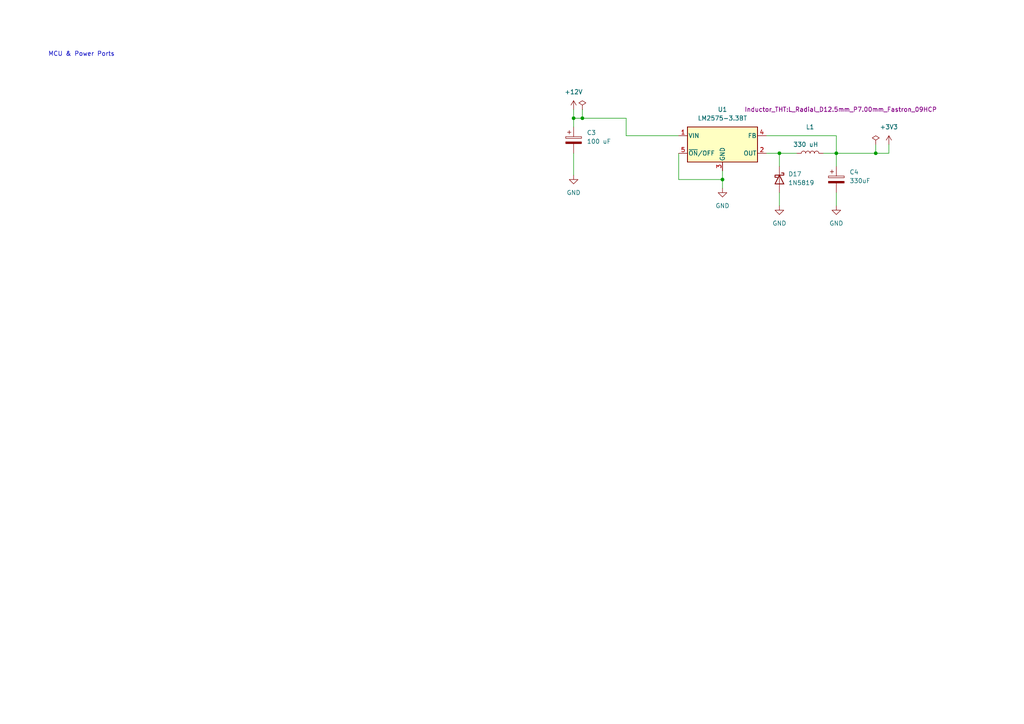
<source format=kicad_sch>
(kicad_sch (version 20211123) (generator eeschema)
  (paper "A4")
  (title_block (title "Mission-DMX Mainboard") (date "2023-11-22") (rev "1") (company "Leon Dietrich") (comment 1 "PowerCtrl, JoystickCtrl, KeyboardCtrl, MCU I/O, FPGA I/O, DMX I/O"))
  (lib_symbols
    (symbol "Device:C_Polarized" (pin_numbers hide) (pin_names (offset 0.254))
      (property "Reference" "C" (at 0.635 2.54 0))
      (property "Value" "C_Polarized" (at 0.635 -2.54 0))
      (symbol "C_Polarized_0_1"
        (rectangle (start -2.286 0.508) (end 2.286 1.016))
        (polyline (pts (xy -1.778 2.286) (xy -0.762 2.286)))
        (polyline (pts (xy -1.27 2.794) (xy -1.27 1.778)))
        (rectangle (start 2.286 -0.508) (end -2.286 -1.016) (fill (type outline)))
      )
      (symbol "C_Polarized_1_1"
        (pin passive line (at 0 3.81 270) (length 2.794) (name "~") (number "1"))
        (pin passive line (at 0 -3.81 90) (length 2.794) (name "~") (number "2"))
      )
    )
    (symbol "Device:L" (pin_numbers hide) (pin_names (offset 1.016) hide)
      (property "Reference" "L" (at -1.27 0 90))
      (property "Value" "L" (at 1.905 0 90))
      (symbol "L_0_1"
        (arc (start 0 -2.54) (mid 0.635 -1.905) (end 0 -1.27))
        (arc (start 0 -1.27) (mid 0.635 -0.635) (end 0 0))
        (arc (start 0 0) (mid 0.635 0.635) (end 0 1.27))
        (arc (start 0 1.27) (mid 0.635 1.905) (end 0 2.54))
      )
      (symbol "L_1_1"
        (pin passive line (at 0 3.81 270) (length 1.27) (name "1") (number "1"))
        (pin passive line (at 0 -3.81 90) (length 1.27) (name "2") (number "2"))
      )
    )
    (symbol "Diode:1N5819" (pin_numbers hide) (pin_names (offset 1.016) hide)
      (property "Reference" "D" (at 0 2.54 0))
      (property "Value" "1N5819" (at 0 -2.54 0))
      (symbol "1N5819_0_1"
        (polyline (pts (xy 1.27 0) (xy -1.27 0)))
        (polyline (pts (xy 1.27 1.27) (xy 1.27 -1.27) (xy -1.27 0) (xy 1.27 1.27)) (stroke (width 0.254)))
        (polyline (pts (xy -1.905 0.635) (xy -1.905 1.27) (xy -1.27 1.27) (xy -1.27 -1.27) (xy -0.635 -1.27) (xy -0.635 -0.635)) (stroke (width 0.254)))
      )
      (symbol "1N5819_1_1"
        (pin passive line (at -3.81 0 0) (length 2.54) (name "K") (number "1"))
        (pin passive line (at 3.81 0 180) (length 2.54) (name "A") (number "2"))
      )
    )
    (symbol "Regulator_Switching:LM2575-3.3BT" (pin_names (offset 0.254))
      (property "Reference" "U" (at -10.16 6.35 0))
      (property "Value" "LM2575-3.3BT" (at 0 6.35 0))
      (symbol "LM2575-3.3BT_0_1"
        (rectangle (start -10.16 5.08) (end 10.16 -5.08) (stroke (width 0.254)) (fill (type background)))
      )
      (symbol "LM2575-3.3BT_1_1"
        (pin power_in line (at -12.7 2.54 0) (length 2.54) (name "VIN") (number "1"))
        (pin output line (at 12.7 -2.54 180) (length 2.54) (name "OUT") (number "2"))
        (pin power_in line (at 0 -7.62 90) (length 2.54) (name "GND") (number "3"))
        (pin input line (at 12.7 2.54 180) (length 2.54) (name "FB") (number "4"))
        (pin input line (at -12.7 -2.54 0) (length 2.54) (name "~{ON}/OFF") (number "5"))
      )
    )
    (symbol "power:+12V" (power) (pin_names (offset 0))
      (property "Value" "+12V" (at 0 3.556 0))
      (symbol "+12V_0_1"
        (polyline (pts (xy -0.762 1.27) (xy 0 2.54)))
        (polyline (pts (xy 0 0) (xy 0 2.54)))
        (polyline (pts (xy 0 2.54) (xy 0.762 1.27)))
      )
      (symbol "+12V_1_1"
        (pin power_in line (at 0 0 90) (length 0) hide (name "+12V") (number "1"))
      )
    )
    (symbol "power:+3.3V" (power) (pin_names (offset 0))
      (property "Value" "+3.3V" (at 0 3.556 0))
      (symbol "+3.3V_0_1"
        (polyline (pts (xy -0.762 1.27) (xy 0 2.54)))
        (polyline (pts (xy 0 0) (xy 0 2.54)))
        (polyline (pts (xy 0 2.54) (xy 0.762 1.27)))
      )
      (symbol "+3.3V_1_1"
        (pin power_in line (at 0 0 90) (length 0) hide (name "+3V3") (number "1"))
      )
    )
    (symbol "power:GND" (power) (pin_names (offset 0))
      (property "Value" "GND" (at 0 -3.81 0))
      (symbol "GND_0_1"
        (polyline (pts (xy 0 0) (xy 0 -1.27) (xy 1.27 -1.27) (xy 0 -2.54) (xy -1.27 -1.27) (xy 0 -1.27)))
      )
      (symbol "GND_1_1"
        (pin power_in line (at 0 0 270) (length 0) hide (name "GND") (number "1"))
      )
    )
    (symbol "power:PWR_FLAG" (power) (pin_numbers hide) (pin_names (offset 0) hide)
      (property "Value" "PWR_FLAG" (at 0 3.81 0))
      (symbol "PWR_FLAG_0_0"
        (pin power_out line (at 0 0 90) (length 0) (name "pwr") (number "1"))
      )
      (symbol "PWR_FLAG_0_1"
        (polyline (pts (xy 0 0) (xy 0 1.27) (xy -1.016 1.905) (xy 0 2.54) (xy 1.016 1.905) (xy 0 1.27)))
      )
    )
  )
  (junction (at 226.06 44.45))
  (junction (at 166.37 34.29))
  (junction (at 242.57 44.45))
  (junction (at 209.55 52.07))
  (junction (at 168.91 34.29))
  (junction (at 254 44.45))
  (wire (pts (xy 209.55 49.53) (xy 209.55 52.07)))
  (wire (pts (xy 166.37 34.29) (xy 166.37 36.83)))
  (wire (pts (xy 196.85 44.45) (xy 196.85 52.07)))
  (wire (pts (xy 242.57 39.37) (xy 242.57 44.45)))
  (wire (pts (xy 257.81 44.45) (xy 254 44.45)))
  (wire (pts (xy 181.61 39.37) (xy 181.61 34.29)))
  (wire (pts (xy 222.25 39.37) (xy 242.57 39.37)))
  (wire (pts (xy 226.06 44.45) (xy 226.06 48.26)))
  (wire (pts (xy 226.06 44.45) (xy 231.14 44.45)))
  (wire (pts (xy 168.91 34.29) (xy 166.37 34.29)))
  (wire (pts (xy 257.81 41.91) (xy 257.81 44.45)))
  (wire (pts (xy 254 44.45) (xy 242.57 44.45)))
  (wire (pts (xy 226.06 55.88) (xy 226.06 59.69)))
  (wire (pts (xy 222.25 44.45) (xy 226.06 44.45)))
  (wire (pts (xy 254 41.91) (xy 254 44.45)))
  (wire (pts (xy 166.37 44.45) (xy 166.37 50.8)))
  (wire (pts (xy 209.55 52.07) (xy 209.55 54.61)))
  (wire (pts (xy 196.85 52.07) (xy 209.55 52.07)))
  (wire (pts (xy 168.91 31.75) (xy 168.91 34.29)))
  (wire (pts (xy 242.57 48.26) (xy 242.57 44.45)))
  (wire (pts (xy 242.57 44.45) (xy 238.76 44.45)))
  (wire (pts (xy 196.85 39.37) (xy 181.61 39.37)))
  (wire (pts (xy 181.61 34.29) (xy 168.91 34.29)))
  (wire (pts (xy 166.37 31.75) (xy 166.37 34.29)))
  (wire (pts (xy 242.57 55.88) (xy 242.57 59.69)))
  (text "MCU & Power Ports" (at 13.97 16.51 0) (effects (font (size 1.27 1.27)) (justify left bottom)))
  (symbol (lib_id "Device:L") (at 234.95 44.45 90) (unit 1)
    (property "Reference" "L1" (at 234.95 36.83 90))
    (property "Value" "330 uH" (at 233.68 41.91 90))
    (property "Footprint" "Inductor_THT:L_Radial_D12.5mm_P7.00mm_Fastron_09HCP" (at 243.84 31.75 90))
  )
  (symbol (lib_id "Diode:1N5819") (at 226.06 52.07 270) (unit 1)
    (property "Reference" "D17" (at 228.6 50.4824 90) (effects (justify left)))
    (property "Value" "1N5819" (at 228.6 53.0224 90) (effects (justify left)))
    (property "Footprint" "Diode_THT:D_DO-41_SOD81_P10.16mm_Horizontal" (effects hide))
    (property "Datasheet" "http://www.vishay.com/docs/88525/1n5817.pdf" (effects hide))
  )
  (symbol (lib_id "Device:C_Polarized") (at 166.37 40.64 0) (unit 1)
    (property "Reference" "C3" (at 170.18 38.4809 0) (effects (justify left)))
    (property "Value" "100 uF" (at 170.18 41.0209 0) (effects (justify left)))
    (property "Footprint" "Capacitor_THT:CP_Radial_D6.3mm_P2.50mm" (effects hide))
  )
  (symbol (lib_id "power:PWR_FLAG") (at 254 41.91 0) (unit 1)
    (property "Reference" "#FLG04" (effects hide))
    (property "Value" "PWR_FLAG" (effects hide))
  )
  (symbol (lib_id "Device:C_Polarized") (at 242.57 52.07 0) (unit 1)
    (property "Reference" "C4" (at 246.38 49.9109 0) (effects (justify left)))
    (property "Value" "330uF" (at 246.38 52.4509 0) (effects (justify left)))
    (property "Footprint" "Capacitor_THT:CP_Radial_D10.0mm_P5.00mm" (effects hide))
  )
  (symbol (lib_id "Regulator_Switching:LM2575-3.3BT") (at 209.55 41.91 0) (unit 1)
    (property "Reference" "U1" (at 209.55 31.75 0))
    (property "Value" "LM2575-3.3BT" (at 209.55 34.29 0))
    (property "Footprint" "Package_TO_SOT_THT:TO-220-5_Vertical" (effects hide))
    (property "Datasheet" "http://ww1.microchip.com/downloads/en/DeviceDoc/lm2575.pdf" (effects hide))
  )
  (symbol (lib_id "power:GND") (at 166.37 50.8 0) (unit 1)
    (property "Reference" "#PWR027" (effects hide))
    (property "Value" "GND" (at 166.37 55.88 0))
  )
  (symbol (lib_id "power:GND") (at 226.06 59.69 0) (unit 1)
    (property "Reference" "#PWR032" (effects hide))
    (property "Value" "GND" (at 226.06 64.77 0))
  )
  (symbol (lib_id "power:GND") (at 242.57 59.69 0) (unit 1)
    (property "Reference" "#PWR036" (effects hide))
    (property "Value" "GND" (at 242.57 64.77 0))
  )
  (symbol (lib_id "power:+12V") (at 166.37 31.75 0) (unit 1)
    (property "Reference" "#PWR026" (effects hide))
    (property "Value" "+12V" (at 166.37 26.67 0))
  )
  (symbol (lib_id "power:PWR_FLAG") (at 168.91 31.75 0) (unit 1)
    (property "Reference" "#FLG03" (effects hide))
    (property "Value" "PWR_FLAG" (effects hide))
  )
  (symbol (lib_id "power:+3.3V") (at 257.81 41.91 0) (unit 1)
    (property "Reference" "#PWR037" (effects hide))
    (property "Value" "+3.3V" (at 257.81 36.83 0))
  )
  (symbol (lib_id "power:GND") (at 209.55 54.61 0) (unit 1)
    (property "Reference" "#PWR031" (effects hide))
    (property "Value" "GND" (at 209.55 59.69 0))
  )
  (sheet (at 306.07 8.89) (size 295.91 190.5) (stroke (width 0.1524))
    (property "Sheet name" "KeypadIO" (at 306.07 8.1784 0) (effects (justify left bottom)))
    (property "Sheet file" "keypadio.kicad_sch" (at 306.07 199.9746 0) (effects (justify left top)))
  )
  (sheet (at 13.97 223.52) (size 273.05 168.91) (stroke (width 0.1524))
    (property "Sheet name" "FPGAIO" (at 13.97 222.8084 0) (effects (justify left bottom)))
    (property "Sheet file" "fpgaio.kicad_sch" (at 13.97 393.0146 0) (effects (justify left top)))
  )
  (sheet (at 309.88 223.52) (size 292.1 167.64) (stroke (width 0.1524))
    (property "Sheet name" "DMXIO" (at 309.88 222.8084 0) (effects (justify left bottom)))
    (property "Sheet file" "dmx.kicad_sch" (at 309.88 391.7446 0) (effects (justify left top)))
  )
)
</source>
